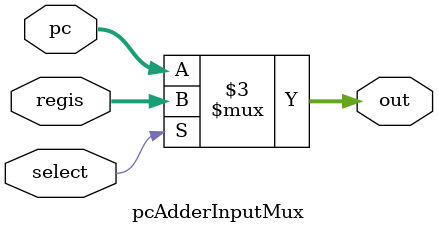
<source format=v>
module pcAdderInputMux(
    input  [31:0] pc,
    input  [31:0] regis,
    input         select,
    output reg [31:0] out
);

    always @(*) begin
        out = (select == 1'b0) ? pc : regis;
    end

endmodule

</source>
